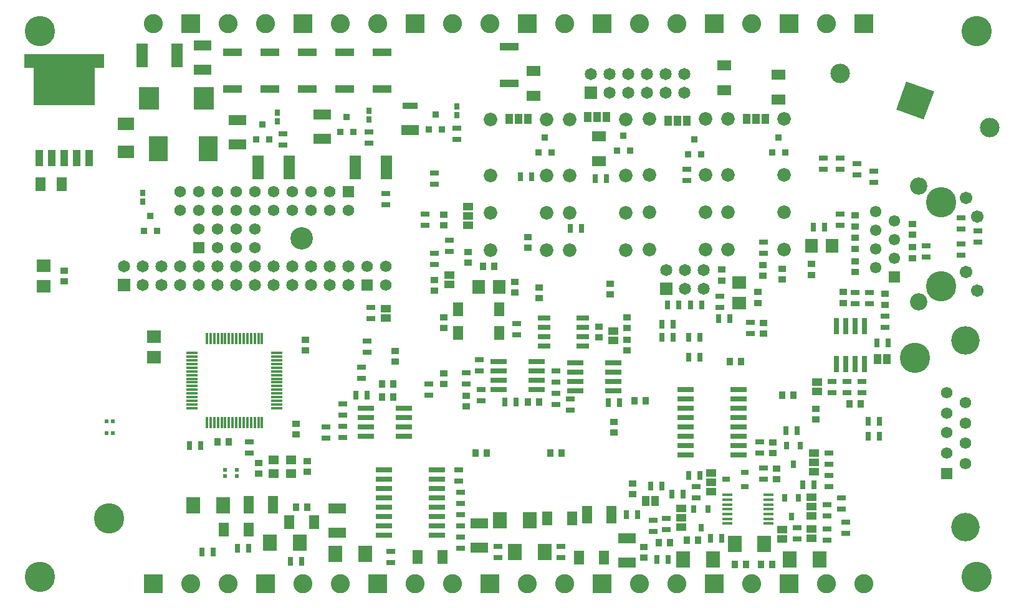
<source format=gbs>
G04 (created by PCBNEW (2013-07-07 BZR 4022)-stable) date 16/04/2014 16:41:09*
%MOIN*%
G04 Gerber Fmt 3.4, Leading zero omitted, Abs format*
%FSLAX34Y34*%
G01*
G70*
G90*
G04 APERTURE LIST*
%ADD10C,0.00590551*%
%ADD11R,0.0532X0.0138*%
%ADD12R,0.0197165X0.0197165*%
%ADD13R,0.038X0.038*%
%ADD14R,0.0296X0.0414*%
%ADD15R,0.0414X0.0296*%
%ADD16R,0.0316X0.0335*%
%ADD17R,0.0548X0.0729*%
%ADD18R,0.092X0.052*%
%ADD19R,0.0808X0.0375*%
%ADD20R,0.052X0.092*%
%ADD21R,0.069X0.0257*%
%ADD22R,0.047X0.027*%
%ADD23R,0.027X0.047*%
%ADD24C,0.162*%
%ADD25R,0.0611X0.0611*%
%ADD26C,0.0611*%
%ADD27C,0.092*%
%ADD28C,0.067*%
%ADD29R,0.065X0.065*%
%ADD30C,0.065*%
%ADD31R,0.062X0.062*%
%ADD32C,0.062*%
%ADD33R,0.0571X0.0728*%
%ADD34R,0.0728X0.0571*%
%ADD35R,0.100425X0.0413701*%
%ADD36R,0.108299X0.124047*%
%ADD37R,0.0610551X0.127984*%
%ADD38R,0.052X0.04*%
%ADD39R,0.04X0.052*%
%ADD40C,0.0728*%
%ADD41R,0.0571181X0.0492441*%
%ADD42R,0.0886X0.065*%
%ADD43R,0.062X0.128*%
%ADD44R,0.0729X0.0886*%
%ADD45R,0.1004X0.1319*%
%ADD46R,0.044126X0.0870394*%
%ADD47R,0.33X0.277*%
%ADD48R,0.427X0.077*%
%ADD49R,0.0414X0.0374*%
%ADD50R,0.0374X0.0414*%
%ADD51R,0.102X0.102*%
%ADD52C,0.102*%
%ADD53C,0.104362*%
%ADD54R,0.052X0.077*%
%ADD55R,0.0886X0.0256*%
%ADD56R,0.0256X0.0886*%
%ADD57C,0.152*%
%ADD58C,0.12011*%
%ADD59R,0.065X0.073*%
%ADD60R,0.073X0.065*%
%ADD61R,0.012X0.0611*%
%ADD62R,0.0611X0.012*%
G04 APERTURE END LIST*
G54D10*
G54D11*
X43450Y-33260D03*
X43450Y-33010D03*
X43450Y-32750D03*
X43450Y-32500D03*
X43450Y-32240D03*
X43450Y-31985D03*
X43450Y-31730D03*
X45650Y-31730D03*
X45650Y-31985D03*
X45650Y-32240D03*
X45650Y-32500D03*
X45650Y-32755D03*
X45650Y-33010D03*
X45650Y-33265D03*
G54D12*
X10600Y-27800D03*
X10600Y-28429D03*
X10265Y-28429D03*
X10265Y-27800D03*
X16600Y-30400D03*
X17229Y-30400D03*
X17229Y-30734D03*
X16600Y-30734D03*
G54D13*
X27500Y-12150D03*
X28200Y-12150D03*
X27850Y-11350D03*
X37550Y-13300D03*
X38250Y-13300D03*
X37900Y-12500D03*
X45850Y-13400D03*
X46550Y-13400D03*
X46200Y-12600D03*
X41350Y-13500D03*
X42050Y-13500D03*
X41700Y-12700D03*
X22750Y-12300D03*
X23450Y-12300D03*
X23100Y-11500D03*
X33350Y-13400D03*
X34050Y-13400D03*
X33700Y-12600D03*
X12250Y-17600D03*
X12950Y-17600D03*
X12600Y-16800D03*
X18250Y-12700D03*
X18950Y-12700D03*
X18600Y-11900D03*
G54D14*
X46900Y-32900D03*
X47275Y-31900D03*
X46525Y-31900D03*
X47000Y-30100D03*
X47375Y-29100D03*
X46625Y-29100D03*
G54D15*
X43400Y-30900D03*
X44400Y-31275D03*
X44400Y-30525D03*
G54D14*
X42050Y-33500D03*
X42425Y-32500D03*
X41675Y-32500D03*
G54D16*
X24300Y-11635D03*
X24300Y-11163D03*
X29000Y-11385D03*
X29000Y-10913D03*
X12200Y-16035D03*
X12200Y-15563D03*
X19400Y-11735D03*
X19400Y-11263D03*
G54D17*
X6739Y-15100D03*
X7863Y-15100D03*
G54D18*
X22600Y-33748D03*
X22600Y-32450D03*
X26500Y-12198D03*
G54D19*
X26500Y-10900D03*
G54D20*
X19148Y-32250D03*
X17850Y-32250D03*
X37248Y-32800D03*
X35950Y-32800D03*
G54D18*
X30200Y-33252D03*
X30200Y-34550D03*
X15400Y-7652D03*
X15400Y-8950D03*
X17250Y-12948D03*
X17250Y-11650D03*
X21800Y-12648D03*
X21800Y-11350D03*
X38100Y-34052D03*
X38100Y-35350D03*
G54D21*
X33656Y-23749D03*
X33656Y-23249D03*
X33656Y-22750D03*
X33656Y-22250D03*
X35742Y-22250D03*
X35742Y-22750D03*
X35742Y-23249D03*
X35742Y-23749D03*
G54D22*
X50650Y-25650D03*
X50650Y-26250D03*
X19700Y-13000D03*
X19700Y-12400D03*
X56850Y-18200D03*
X56850Y-17600D03*
X49850Y-26250D03*
X49850Y-25650D03*
X48600Y-14300D03*
X48600Y-13700D03*
X49050Y-26250D03*
X49050Y-25650D03*
X49500Y-14300D03*
X49500Y-13700D03*
X43050Y-21100D03*
X43050Y-21700D03*
X50400Y-14600D03*
X50400Y-14000D03*
X51300Y-15000D03*
X51300Y-14400D03*
G54D23*
X33000Y-14700D03*
X32400Y-14700D03*
X20100Y-35300D03*
X20700Y-35300D03*
X17850Y-34600D03*
X17250Y-34600D03*
G54D22*
X29200Y-34000D03*
X29200Y-34600D03*
X29200Y-32800D03*
X29200Y-33400D03*
X29200Y-31600D03*
X29200Y-32200D03*
X29100Y-31000D03*
X29100Y-30400D03*
G54D23*
X42000Y-24350D03*
X41400Y-24350D03*
X42000Y-23300D03*
X41400Y-23300D03*
X39950Y-23300D03*
X40550Y-23300D03*
X39950Y-22600D03*
X40550Y-22600D03*
G54D22*
X29000Y-12700D03*
X29000Y-12100D03*
X27800Y-15100D03*
X27800Y-14500D03*
X25450Y-35350D03*
X25450Y-34750D03*
X45400Y-18200D03*
X45400Y-18800D03*
X31200Y-35100D03*
X31200Y-34500D03*
X34550Y-35100D03*
X34550Y-34500D03*
G54D23*
X51450Y-23600D03*
X52050Y-23600D03*
X15350Y-34800D03*
X15950Y-34800D03*
X36400Y-14800D03*
X37000Y-14800D03*
G54D22*
X51900Y-22150D03*
X51900Y-22750D03*
X24300Y-12900D03*
X24300Y-12300D03*
X27800Y-18800D03*
X27800Y-19400D03*
X28600Y-18700D03*
X28600Y-18100D03*
X48900Y-30700D03*
X48900Y-31300D03*
G54D23*
X48100Y-31200D03*
X47500Y-31200D03*
G54D22*
X22900Y-27450D03*
X22900Y-26850D03*
X22000Y-28700D03*
X22000Y-28100D03*
X22900Y-28650D03*
X22900Y-28050D03*
G54D23*
X24200Y-26400D03*
X23600Y-26400D03*
G54D22*
X25200Y-15600D03*
X25200Y-16200D03*
X24400Y-22300D03*
X24400Y-21700D03*
X47200Y-33500D03*
X47200Y-34100D03*
X48900Y-29500D03*
X48900Y-30100D03*
X23900Y-25500D03*
X23900Y-24900D03*
X24200Y-23500D03*
X24200Y-24100D03*
X41300Y-14300D03*
X41300Y-14900D03*
X41800Y-31900D03*
X41800Y-31300D03*
G54D23*
X42000Y-30700D03*
X41400Y-30700D03*
X39950Y-31250D03*
X39350Y-31250D03*
G54D22*
X27300Y-16700D03*
X27300Y-17300D03*
G54D23*
X32150Y-26750D03*
X31550Y-26750D03*
G54D22*
X30200Y-24500D03*
X30200Y-25100D03*
X29500Y-25800D03*
X29500Y-25200D03*
X30300Y-26700D03*
X30300Y-26100D03*
G54D23*
X37100Y-26800D03*
X37700Y-26800D03*
G54D22*
X32200Y-23150D03*
X32200Y-22550D03*
X34300Y-25700D03*
X34300Y-25100D03*
X34300Y-26900D03*
X34300Y-26300D03*
X35050Y-27200D03*
X35050Y-26600D03*
X49550Y-31900D03*
X49550Y-32500D03*
X48800Y-32250D03*
X48800Y-32850D03*
X49800Y-33200D03*
X49800Y-33800D03*
X48800Y-34150D03*
X48800Y-33550D03*
G54D23*
X43000Y-22300D03*
X43600Y-22300D03*
G54D22*
X44700Y-23100D03*
X44700Y-22500D03*
X51050Y-21500D03*
X51050Y-20900D03*
X50300Y-21500D03*
X50300Y-20900D03*
G54D23*
X40300Y-35200D03*
X39700Y-35200D03*
G54D22*
X45400Y-30900D03*
X45400Y-30300D03*
X39500Y-33100D03*
X39500Y-33700D03*
X40200Y-33000D03*
X40200Y-33600D03*
X54100Y-18400D03*
X54100Y-19000D03*
X49500Y-17300D03*
X49500Y-16700D03*
G54D23*
X38050Y-32800D03*
X38650Y-32800D03*
G54D22*
X45200Y-29500D03*
X45200Y-28900D03*
G54D23*
X43150Y-34050D03*
X42550Y-34050D03*
G54D22*
X55950Y-18300D03*
X55950Y-18900D03*
X55950Y-17500D03*
X55950Y-16900D03*
G54D23*
X41500Y-21550D03*
X42100Y-21550D03*
X14700Y-29100D03*
X15300Y-29100D03*
X35050Y-17450D03*
X35650Y-17450D03*
X40250Y-21550D03*
X40850Y-21550D03*
G54D22*
X17900Y-29500D03*
X17900Y-28900D03*
G54D23*
X41100Y-31700D03*
X40500Y-31700D03*
G54D22*
X27500Y-26400D03*
X27500Y-25800D03*
G54D23*
X47200Y-28300D03*
X46600Y-28300D03*
X51600Y-27800D03*
X51000Y-27800D03*
X48050Y-17400D03*
X48650Y-17400D03*
X51000Y-28600D03*
X51600Y-28600D03*
G54D24*
X54900Y-16050D03*
X54900Y-20550D03*
G54D25*
X52400Y-20050D03*
G54D26*
X51400Y-19550D03*
X52400Y-19050D03*
X51400Y-18550D03*
X52400Y-18050D03*
X51400Y-17550D03*
X52400Y-17050D03*
X51400Y-16550D03*
G54D27*
X53700Y-21400D03*
X53700Y-15200D03*
G54D28*
X56830Y-20790D03*
X56230Y-19790D03*
X56830Y-16810D03*
X56230Y-15810D03*
G54D29*
X36150Y-10200D03*
G54D30*
X36150Y-9200D03*
X37150Y-10200D03*
X37150Y-9200D03*
X38150Y-10200D03*
X38150Y-9200D03*
X39150Y-10200D03*
X39150Y-9200D03*
X40150Y-10200D03*
X40150Y-9200D03*
X41150Y-10200D03*
X41150Y-9200D03*
G54D31*
X15200Y-18500D03*
G54D32*
X15200Y-17500D03*
X16200Y-18500D03*
X16200Y-17500D03*
X17200Y-18500D03*
X17200Y-17500D03*
X18200Y-18500D03*
X18200Y-17500D03*
G54D29*
X40200Y-20700D03*
G54D30*
X40200Y-19700D03*
X41200Y-20700D03*
X41200Y-19700D03*
X42200Y-20700D03*
X42200Y-19700D03*
G54D31*
X24200Y-20500D03*
G54D32*
X24200Y-19500D03*
X25200Y-20500D03*
X25200Y-19500D03*
G54D29*
X11200Y-20500D03*
G54D30*
X11200Y-19500D03*
X12200Y-20500D03*
X12200Y-19500D03*
X13200Y-20500D03*
X13200Y-19500D03*
X14200Y-20500D03*
X14200Y-19500D03*
X15200Y-20500D03*
X15200Y-19500D03*
X16200Y-20500D03*
X16200Y-19500D03*
X17200Y-20500D03*
X17200Y-19500D03*
X18200Y-20500D03*
X18200Y-19500D03*
X19200Y-20500D03*
X19200Y-19500D03*
X20200Y-20500D03*
X20200Y-19500D03*
X21200Y-20500D03*
X21200Y-19500D03*
X22200Y-20500D03*
X22200Y-19500D03*
X23200Y-20500D03*
X23200Y-19500D03*
G54D33*
X35531Y-35100D03*
X36869Y-35100D03*
G54D34*
X43300Y-10069D03*
X43300Y-8731D03*
X46200Y-10569D03*
X46200Y-9231D03*
G54D33*
X33831Y-33000D03*
X35169Y-33000D03*
X26881Y-35050D03*
X28219Y-35050D03*
G54D34*
X36600Y-12531D03*
X36600Y-13869D03*
G54D33*
X16531Y-33600D03*
X17869Y-33600D03*
G54D34*
X33100Y-10369D03*
X33100Y-9031D03*
G54D33*
X20031Y-33200D03*
X21369Y-33200D03*
G54D35*
X25000Y-9984D03*
X25000Y-8015D03*
X17000Y-9984D03*
X17000Y-8015D03*
X23000Y-9984D03*
X23000Y-8015D03*
X31800Y-9684D03*
X31800Y-7715D03*
X19000Y-9984D03*
X19000Y-8015D03*
X21000Y-8015D03*
X21000Y-9984D03*
G54D36*
X15456Y-10500D03*
X12543Y-10480D03*
G54D37*
X25226Y-14200D03*
X23573Y-14200D03*
G54D38*
X42600Y-31550D03*
X42600Y-31050D03*
X42600Y-30550D03*
X48100Y-29500D03*
X48100Y-30000D03*
X48100Y-30500D03*
X47950Y-31850D03*
X47950Y-32350D03*
X47950Y-32850D03*
X41000Y-32450D03*
X41000Y-32950D03*
X41000Y-33450D03*
G54D39*
X44500Y-11600D03*
X45000Y-11600D03*
X45500Y-11600D03*
X40300Y-11700D03*
X40800Y-11700D03*
X41300Y-11700D03*
X36000Y-11500D03*
X36500Y-11500D03*
X37000Y-11500D03*
X31800Y-11600D03*
X32300Y-11600D03*
X32800Y-11600D03*
X39600Y-32050D03*
X39100Y-32050D03*
G54D38*
X46400Y-34100D03*
X46400Y-33600D03*
X47950Y-34050D03*
X47950Y-33550D03*
X48250Y-25700D03*
X48250Y-26200D03*
X28600Y-20450D03*
X28600Y-19950D03*
X25200Y-22250D03*
X25200Y-21750D03*
X37350Y-22950D03*
X37350Y-23450D03*
G54D39*
X52000Y-24450D03*
X51500Y-24450D03*
G54D40*
X46500Y-18600D03*
X46500Y-16600D03*
X46500Y-14600D03*
X43500Y-18600D03*
X43500Y-16600D03*
X43500Y-14600D03*
X46500Y-11600D03*
X43500Y-11600D03*
X33783Y-18616D03*
X33783Y-16616D03*
X33783Y-14616D03*
X30783Y-18616D03*
X30783Y-16616D03*
X30783Y-14616D03*
X33783Y-11616D03*
X30783Y-11616D03*
X38024Y-18616D03*
X38024Y-16616D03*
X38024Y-14616D03*
X35024Y-18616D03*
X35024Y-16616D03*
X35024Y-14616D03*
X38024Y-11616D03*
X35024Y-11616D03*
X42300Y-18600D03*
X42300Y-16600D03*
X42300Y-14600D03*
X39300Y-18600D03*
X39300Y-16600D03*
X39300Y-14600D03*
X42300Y-11600D03*
X39300Y-11600D03*
G54D41*
X19200Y-29850D03*
X20144Y-29850D03*
X19200Y-30598D03*
X20144Y-30598D03*
G54D42*
X11300Y-11852D03*
X11300Y-13348D03*
G54D43*
X12175Y-8200D03*
X14025Y-8200D03*
G54D44*
X32110Y-34800D03*
X33690Y-34800D03*
X31310Y-33100D03*
X32890Y-33100D03*
X14910Y-32300D03*
X16490Y-32300D03*
X42690Y-35200D03*
X41110Y-35200D03*
X19010Y-34300D03*
X20590Y-34300D03*
X45440Y-34350D03*
X43860Y-34350D03*
X48390Y-35200D03*
X46810Y-35200D03*
X22510Y-34900D03*
X24090Y-34900D03*
G54D45*
X15689Y-13200D03*
X13011Y-13200D03*
G54D46*
X8000Y-13680D03*
X7330Y-13680D03*
X6660Y-13680D03*
X8670Y-13680D03*
X9340Y-13680D03*
G54D47*
X8000Y-9475D03*
G54D48*
X8000Y-8475D03*
G54D49*
X28300Y-16704D03*
X28300Y-17296D03*
X38400Y-31104D03*
X38400Y-31696D03*
G54D50*
X45846Y-35450D03*
X45254Y-35450D03*
X44196Y-24600D03*
X43604Y-24600D03*
G54D49*
X18400Y-30596D03*
X18400Y-30004D03*
X21000Y-30496D03*
X21000Y-29904D03*
G54D50*
X33396Y-26750D03*
X32804Y-26750D03*
X25004Y-26500D03*
X25596Y-26500D03*
G54D49*
X20900Y-23996D03*
X20900Y-23404D03*
G54D50*
X43854Y-35450D03*
X44446Y-35450D03*
G54D49*
X45100Y-21446D03*
X45100Y-20854D03*
X38100Y-23404D03*
X38100Y-23996D03*
X32800Y-17904D03*
X32800Y-18496D03*
X33400Y-20604D03*
X33400Y-21196D03*
X36600Y-23296D03*
X36600Y-22704D03*
X29600Y-18704D03*
X29600Y-19296D03*
G54D50*
X25596Y-25800D03*
X25004Y-25800D03*
G54D49*
X29500Y-26996D03*
X29500Y-26404D03*
X25700Y-24004D03*
X25700Y-24596D03*
X28300Y-25204D03*
X28300Y-25796D03*
G54D50*
X30404Y-19500D03*
X30996Y-19500D03*
X34004Y-29500D03*
X34596Y-29500D03*
G54D49*
X38100Y-22796D03*
X38100Y-22204D03*
G54D50*
X39096Y-26700D03*
X38504Y-26700D03*
G54D49*
X37400Y-28396D03*
X37400Y-27804D03*
G54D50*
X41896Y-34150D03*
X41304Y-34150D03*
G54D49*
X37200Y-20404D03*
X37200Y-20996D03*
X32100Y-20304D03*
X32100Y-20896D03*
X28300Y-22796D03*
X28300Y-22204D03*
G54D50*
X46404Y-26400D03*
X46996Y-26400D03*
G54D49*
X51900Y-20954D03*
X51900Y-21546D03*
X50300Y-19796D03*
X50300Y-19204D03*
X53350Y-19046D03*
X53350Y-18454D03*
X50300Y-17346D03*
X50300Y-16754D03*
X43150Y-19654D03*
X43150Y-20246D03*
X45400Y-23096D03*
X45400Y-22504D03*
G54D50*
X20404Y-32400D03*
X20996Y-32400D03*
X16204Y-28900D03*
X16796Y-28900D03*
G54D49*
X48200Y-27696D03*
X48200Y-27104D03*
G54D50*
X50004Y-26850D03*
X50596Y-26850D03*
G54D49*
X8000Y-20296D03*
X8000Y-19704D03*
X27800Y-20204D03*
X27800Y-20796D03*
X53350Y-17796D03*
X53350Y-17204D03*
X20400Y-27904D03*
X20400Y-28496D03*
G54D50*
X40396Y-34300D03*
X39804Y-34300D03*
X30004Y-29500D03*
X30596Y-29500D03*
G54D49*
X46400Y-20196D03*
X46400Y-19604D03*
X45350Y-19996D03*
X45350Y-19404D03*
X45900Y-28904D03*
X45900Y-29496D03*
X50300Y-17954D03*
X50300Y-18546D03*
X49650Y-21446D03*
X49650Y-20854D03*
X46100Y-30304D03*
X46100Y-30896D03*
X39000Y-34504D03*
X39000Y-35096D03*
X47950Y-19946D03*
X47950Y-19354D03*
G54D51*
X30750Y-36500D03*
G54D52*
X32750Y-36500D03*
X34750Y-36500D03*
G54D51*
X32750Y-6500D03*
G54D52*
X30750Y-6500D03*
X28750Y-6500D03*
G54D51*
X24750Y-36500D03*
G54D52*
X26750Y-36500D03*
X28750Y-36500D03*
G54D51*
X18750Y-36500D03*
G54D52*
X20750Y-36500D03*
X22750Y-36500D03*
G54D51*
X12750Y-36500D03*
G54D52*
X14750Y-36500D03*
X16750Y-36500D03*
G54D51*
X46750Y-36500D03*
G54D52*
X48750Y-36500D03*
X50750Y-36500D03*
G54D51*
X36750Y-36500D03*
G54D52*
X38750Y-36500D03*
X40750Y-36500D03*
G54D51*
X42750Y-6500D03*
G54D52*
X40750Y-6500D03*
X38750Y-6500D03*
G54D51*
X20750Y-6500D03*
G54D52*
X18750Y-6500D03*
X16750Y-6500D03*
G54D51*
X26750Y-6500D03*
G54D52*
X24750Y-6500D03*
X22750Y-6500D03*
G54D51*
X14750Y-6500D03*
G54D52*
X12750Y-6500D03*
G54D51*
X42750Y-36500D03*
G54D52*
X44750Y-36500D03*
G54D51*
X46750Y-6500D03*
G54D52*
X44750Y-6500D03*
G54D51*
X50750Y-6500D03*
G54D52*
X48750Y-6500D03*
G54D53*
X49504Y-9145D03*
X57495Y-12054D03*
G54D10*
G36*
X54511Y-10128D02*
X53971Y-11611D01*
X52488Y-11071D01*
X53028Y-9588D01*
X54511Y-10128D01*
X54511Y-10128D01*
G37*
G54D54*
X29050Y-21800D03*
X31250Y-21800D03*
X31250Y-23050D03*
X29050Y-23050D03*
G54D55*
X31227Y-26100D03*
X31227Y-25600D03*
X31227Y-25100D03*
X31227Y-24600D03*
X33273Y-24600D03*
X33273Y-25100D03*
X33273Y-25600D03*
X33273Y-26100D03*
X35327Y-26150D03*
X35327Y-25650D03*
X35327Y-25150D03*
X35327Y-24650D03*
X37373Y-24650D03*
X37373Y-25150D03*
X37373Y-25650D03*
X37373Y-26150D03*
X24127Y-28600D03*
X24127Y-28100D03*
X24127Y-27600D03*
X24127Y-27100D03*
X26173Y-27100D03*
X26173Y-27600D03*
X26173Y-28100D03*
X26173Y-28600D03*
G54D56*
X49300Y-22677D03*
X49800Y-22677D03*
X50300Y-22677D03*
X50800Y-22677D03*
X50800Y-24723D03*
X50300Y-24723D03*
X49800Y-24723D03*
X49300Y-24723D03*
G54D51*
X36750Y-6500D03*
G54D52*
X34750Y-6500D03*
G54D55*
X25083Y-33900D03*
X25083Y-33400D03*
X25083Y-32900D03*
X25083Y-32400D03*
X25083Y-31900D03*
X25083Y-31400D03*
X25083Y-30900D03*
X25083Y-30400D03*
X27917Y-30400D03*
X27917Y-30900D03*
X27917Y-31400D03*
X27917Y-31900D03*
X27917Y-32400D03*
X27917Y-32900D03*
X27917Y-33400D03*
X27917Y-33900D03*
X41233Y-29600D03*
X41233Y-29100D03*
X41233Y-28600D03*
X41233Y-28100D03*
X41233Y-27600D03*
X41233Y-27100D03*
X41233Y-26600D03*
X41233Y-26100D03*
X44067Y-26100D03*
X44067Y-26600D03*
X44067Y-27100D03*
X44067Y-27600D03*
X44067Y-28100D03*
X44067Y-28600D03*
X44067Y-29100D03*
X44067Y-29600D03*
G54D37*
X18373Y-14200D03*
X20026Y-14200D03*
G54D38*
X29600Y-17300D03*
X29600Y-16800D03*
X29600Y-16300D03*
G54D24*
X6692Y-36122D03*
X6692Y-6889D03*
X56791Y-36122D03*
X56791Y-6889D03*
G54D31*
X23200Y-15500D03*
G54D32*
X23200Y-16500D03*
X22200Y-15500D03*
X22200Y-16500D03*
X21200Y-15500D03*
X21200Y-16500D03*
X20200Y-15500D03*
X20200Y-16500D03*
X19200Y-15500D03*
X19200Y-16500D03*
X18200Y-15500D03*
X18200Y-16500D03*
X17200Y-15500D03*
X17200Y-16500D03*
X16200Y-15500D03*
X16200Y-16500D03*
X15200Y-15500D03*
X15200Y-16500D03*
X14200Y-15500D03*
X14200Y-16500D03*
G54D57*
X56200Y-33450D03*
X56200Y-23450D03*
G54D31*
X55200Y-30600D03*
G54D32*
X55200Y-29500D03*
X55200Y-28400D03*
X55200Y-27350D03*
X55200Y-26250D03*
X56200Y-26800D03*
X56200Y-27900D03*
X56200Y-28950D03*
X56200Y-30050D03*
G54D24*
X53500Y-24400D03*
X10400Y-33000D03*
G54D58*
X20700Y-18000D03*
G54D59*
X31250Y-20600D03*
X30150Y-20600D03*
G54D60*
X12800Y-24350D03*
X12800Y-23250D03*
G54D59*
X47950Y-18400D03*
X49050Y-18400D03*
G54D60*
X44100Y-20350D03*
X44100Y-21450D03*
X6900Y-19450D03*
X6900Y-20550D03*
G54D61*
X18575Y-27864D03*
X18378Y-27864D03*
X18181Y-27864D03*
X17984Y-27864D03*
X17787Y-27864D03*
X17591Y-27864D03*
X17394Y-27864D03*
X17197Y-27864D03*
X17001Y-27864D03*
X16804Y-27864D03*
X16607Y-27864D03*
X16411Y-27864D03*
X16214Y-27864D03*
X16017Y-27864D03*
X15820Y-27864D03*
X15623Y-27864D03*
G54D62*
X14836Y-27077D03*
X14836Y-26880D03*
X14836Y-26683D03*
X14836Y-26486D03*
X14836Y-26289D03*
X14836Y-26093D03*
X14836Y-25896D03*
X14836Y-25699D03*
X14836Y-25503D03*
X14836Y-25306D03*
X14836Y-25109D03*
X14836Y-24913D03*
X14836Y-24716D03*
X14836Y-24519D03*
X14836Y-24322D03*
X14836Y-24125D03*
G54D61*
X15623Y-23338D03*
X15820Y-23338D03*
X16017Y-23338D03*
X16214Y-23338D03*
X16411Y-23338D03*
X16607Y-23338D03*
X16804Y-23338D03*
X17001Y-23338D03*
X17197Y-23338D03*
X17394Y-23338D03*
X17591Y-23338D03*
X17787Y-23338D03*
X17984Y-23338D03*
X18181Y-23338D03*
X18378Y-23338D03*
X18575Y-23338D03*
G54D62*
X19362Y-24125D03*
X19362Y-24322D03*
X19362Y-24519D03*
X19362Y-24716D03*
X19362Y-24913D03*
X19362Y-25109D03*
X19362Y-25306D03*
X19362Y-25503D03*
X19362Y-25699D03*
X19362Y-25896D03*
X19362Y-26093D03*
X19362Y-26289D03*
X19362Y-26486D03*
X19362Y-26683D03*
X19362Y-26880D03*
X19362Y-27077D03*
M02*

</source>
